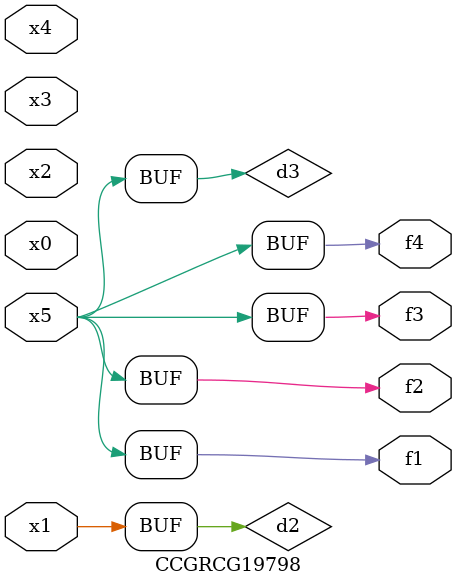
<source format=v>
module CCGRCG19798(
	input x0, x1, x2, x3, x4, x5,
	output f1, f2, f3, f4
);

	wire d1, d2, d3;

	not (d1, x5);
	or (d2, x1);
	xnor (d3, d1);
	assign f1 = d3;
	assign f2 = d3;
	assign f3 = d3;
	assign f4 = d3;
endmodule

</source>
